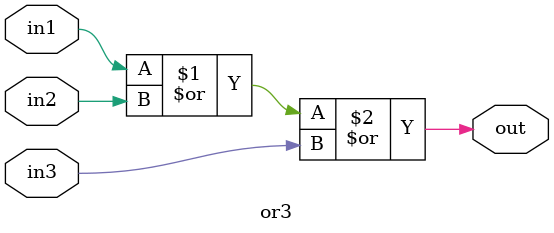
<source format=v>
/*
    CS/ECE 552 Spring '23
    Homework #1, Problem 2

    3 input OR
*/
`default_nettype none
module or3 (out,in1,in2,in3);
    output wire out;
    input wire in1,in2,in3;
    assign out = (in1 | in2 | in3);
endmodule
`default_nettype wire

</source>
